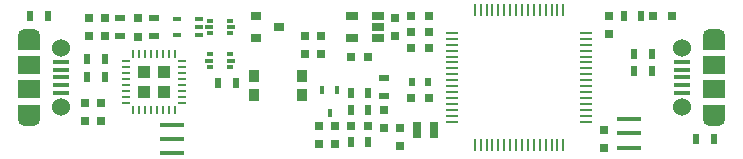
<source format=gtp>
G04 #@! TF.GenerationSoftware,KiCad,Pcbnew,(5.1.5)-3*
G04 #@! TF.CreationDate,2020-05-12T20:49:58+02:00*
G04 #@! TF.ProjectId,TinyK22,54696e79-4b32-4322-9e6b-696361645f70,1.0*
G04 #@! TF.SameCoordinates,Original*
G04 #@! TF.FileFunction,Paste,Top*
G04 #@! TF.FilePolarity,Positive*
%FSLAX46Y46*%
G04 Gerber Fmt 4.6, Leading zero omitted, Abs format (unit mm)*
G04 Created by KiCad (PCBNEW (5.1.5)-3) date 2020-05-12 20:49:58*
%MOMM*%
%LPD*%
G04 APERTURE LIST*
%ADD10R,0.900000X1.000000*%
%ADD11R,0.800000X0.800000*%
%ADD12R,0.600000X0.700000*%
%ADD13R,0.500000X0.900000*%
%ADD14R,0.900000X0.800000*%
%ADD15R,0.500000X0.375000*%
%ADD16R,0.650000X0.300000*%
%ADD17R,0.650000X0.400000*%
%ADD18R,0.450000X0.700000*%
%ADD19R,0.800000X0.750000*%
%ADD20R,1.350000X0.400000*%
%ADD21R,1.900000X1.500000*%
%ADD22R,1.900000X1.200000*%
%ADD23C,1.524000*%
%ADD24O,1.900000X1.200000*%
%ADD25R,2.000000X0.400000*%
%ADD26R,1.060000X0.650000*%
%ADD27R,0.900000X0.500000*%
%ADD28R,0.750000X0.800000*%
%ADD29R,0.250000X1.000000*%
%ADD30R,1.000000X0.250000*%
%ADD31R,0.750000X1.400000*%
%ADD32R,1.035000X1.035000*%
%ADD33R,0.250000X0.700000*%
%ADD34R,0.700000X0.250000*%
G04 APERTURE END LIST*
D10*
X21050000Y-10150000D03*
X25150000Y-10150000D03*
X25150000Y-11750000D03*
X21050000Y-11750000D03*
D11*
X11195000Y-6800000D03*
X11195000Y-5200000D03*
X56450000Y-5100000D03*
X54850000Y-5100000D03*
D12*
X35800000Y-10650000D03*
X34400000Y-10650000D03*
D13*
X3600000Y-5100000D03*
X2100000Y-5100000D03*
X58500000Y-15450000D03*
X60000000Y-15450000D03*
X29250000Y-15750000D03*
X30750000Y-15750000D03*
X29250000Y-11550000D03*
X30750000Y-11550000D03*
D14*
X23200000Y-6000000D03*
X21200000Y-6950000D03*
X21200000Y-5050000D03*
D15*
X19000000Y-5462500D03*
X19000000Y-6537500D03*
D16*
X17225000Y-6000000D03*
X19075000Y-6000000D03*
D15*
X17300000Y-6537500D03*
X17300000Y-5462500D03*
D17*
X14500000Y-6650000D03*
X14500000Y-5350000D03*
X16400000Y-6000000D03*
X16400000Y-5350000D03*
X16400000Y-6650000D03*
D18*
X27450000Y-13300000D03*
X26800000Y-11300000D03*
X28100000Y-11300000D03*
D19*
X34350000Y-5100000D03*
X35850000Y-5100000D03*
D20*
X4700000Y-8950000D03*
D21*
X2000000Y-11250000D03*
X2000000Y-9250000D03*
D22*
X2000000Y-13150000D03*
X2000000Y-7350000D03*
D20*
X4700000Y-9600000D03*
X4700000Y-10250000D03*
X4700000Y-10900000D03*
X4700000Y-11550000D03*
D23*
X4700000Y-7750000D03*
X4700000Y-12750000D03*
D24*
X2000000Y-6750000D03*
X2000000Y-13750000D03*
D20*
X57300000Y-11550000D03*
D21*
X60000000Y-9250000D03*
X60000000Y-11250000D03*
D22*
X60000000Y-7350000D03*
X60000000Y-13150000D03*
D20*
X57300000Y-10900000D03*
X57300000Y-10250000D03*
X57300000Y-9600000D03*
X57300000Y-8950000D03*
D23*
X57300000Y-12750000D03*
X57300000Y-7750000D03*
D24*
X60000000Y-13750000D03*
X60000000Y-6750000D03*
D25*
X52800000Y-13800000D03*
X52800000Y-15000000D03*
X52800000Y-16200000D03*
X14100000Y-16650000D03*
X14100000Y-15450000D03*
X14100000Y-14250000D03*
D26*
X29350000Y-6950000D03*
X29350000Y-5050000D03*
X31550000Y-5050000D03*
X31550000Y-6000000D03*
X31550000Y-6950000D03*
D13*
X53850000Y-5100000D03*
X52350000Y-5100000D03*
X54750000Y-9750000D03*
X53250000Y-9750000D03*
X53250000Y-8250000D03*
X54750000Y-8250000D03*
D27*
X32100000Y-11850000D03*
X32100000Y-10350000D03*
D13*
X30750000Y-13050000D03*
X29250000Y-13050000D03*
X19500000Y-10740000D03*
X18000000Y-10740000D03*
D27*
X9750000Y-5250000D03*
X9750000Y-6750000D03*
X12600000Y-5250000D03*
X12600000Y-6750000D03*
D13*
X6900000Y-8700000D03*
X8400000Y-8700000D03*
X8400000Y-10200000D03*
X6900000Y-10200000D03*
D28*
X33450000Y-14550000D03*
X33450000Y-16050000D03*
D19*
X34350000Y-7800000D03*
X35850000Y-7800000D03*
D28*
X51150000Y-6600000D03*
X51150000Y-5100000D03*
X32100000Y-14550000D03*
X32100000Y-13050000D03*
D19*
X35850000Y-12000000D03*
X34350000Y-12000000D03*
D28*
X50700000Y-16200000D03*
X50700000Y-14700000D03*
D19*
X34350000Y-6450000D03*
X35850000Y-6450000D03*
D28*
X33000000Y-5250000D03*
X33000000Y-6750000D03*
D19*
X30750000Y-14400000D03*
X29250000Y-14400000D03*
D28*
X27900000Y-15900000D03*
X27900000Y-14400000D03*
X25350000Y-6750000D03*
X25350000Y-8250000D03*
D19*
X30750000Y-8550000D03*
X29250000Y-8550000D03*
D28*
X26700000Y-6750000D03*
X26700000Y-8250000D03*
X8400000Y-5250000D03*
X8400000Y-6750000D03*
X6750000Y-13950000D03*
X6750000Y-12450000D03*
X7050000Y-5250000D03*
X7050000Y-6750000D03*
X8100000Y-13950000D03*
X8100000Y-12450000D03*
X26550000Y-15900000D03*
X26550000Y-14400000D03*
D15*
X17300000Y-9387500D03*
X17300000Y-8312500D03*
D16*
X19075000Y-8850000D03*
X17225000Y-8850000D03*
D15*
X19000000Y-8312500D03*
X19000000Y-9387500D03*
D29*
X39750000Y-4550000D03*
X40250000Y-4550000D03*
X40750000Y-4550000D03*
X41250000Y-4550000D03*
X41750000Y-4550000D03*
X42250000Y-4550000D03*
X42750000Y-4550000D03*
X43250000Y-4550000D03*
X43750000Y-4550000D03*
X44250000Y-4550000D03*
X44750000Y-4550000D03*
X45250000Y-4550000D03*
X45750000Y-4550000D03*
X46250000Y-4550000D03*
X46750000Y-4550000D03*
X47250000Y-4550000D03*
D30*
X49200000Y-6500000D03*
X49200000Y-7000000D03*
X49200000Y-7500000D03*
X49200000Y-8000000D03*
X49200000Y-8500000D03*
X49200000Y-9000000D03*
X49200000Y-9500000D03*
X49200000Y-10000000D03*
X49200000Y-10500000D03*
X49200000Y-11000000D03*
X49200000Y-11500000D03*
X49200000Y-12000000D03*
X49200000Y-12500000D03*
X49200000Y-13000000D03*
X49200000Y-13500000D03*
X49200000Y-14000000D03*
D29*
X47250000Y-15950000D03*
X46750000Y-15950000D03*
X46250000Y-15950000D03*
X45750000Y-15950000D03*
X45250000Y-15950000D03*
X44750000Y-15950000D03*
X44250000Y-15950000D03*
X43750000Y-15950000D03*
X43250000Y-15950000D03*
X42750000Y-15950000D03*
X42250000Y-15950000D03*
X41750000Y-15950000D03*
X41250000Y-15950000D03*
X40750000Y-15950000D03*
X40250000Y-15950000D03*
X39750000Y-15950000D03*
D30*
X37800000Y-14000000D03*
X37800000Y-13500000D03*
X37800000Y-13000000D03*
X37800000Y-12500000D03*
X37800000Y-12000000D03*
X37800000Y-11500000D03*
X37800000Y-11000000D03*
X37800000Y-10500000D03*
X37800000Y-10000000D03*
X37800000Y-9500000D03*
X37800000Y-9000000D03*
X37800000Y-8500000D03*
X37800000Y-8000000D03*
X37800000Y-7500000D03*
X37800000Y-7000000D03*
X37800000Y-6500000D03*
D31*
X34825000Y-14700000D03*
X36275000Y-14700000D03*
D32*
X11737500Y-9787500D03*
X11737500Y-11512500D03*
X13462500Y-9787500D03*
X13462500Y-11512500D03*
D33*
X10850000Y-8250000D03*
X11350000Y-8250000D03*
X11850000Y-8250000D03*
X12350000Y-8250000D03*
X12850000Y-8250000D03*
X13350000Y-8250000D03*
X13850000Y-8250000D03*
X14350000Y-8250000D03*
D34*
X15000000Y-8900000D03*
X15000000Y-9400000D03*
X15000000Y-9900000D03*
X15000000Y-10400000D03*
X15000000Y-10900000D03*
X15000000Y-11400000D03*
X15000000Y-11900000D03*
X15000000Y-12400000D03*
D33*
X14350000Y-13050000D03*
X13850000Y-13050000D03*
X13350000Y-13050000D03*
X12850000Y-13050000D03*
X12350000Y-13050000D03*
X11850000Y-13050000D03*
X11350000Y-13050000D03*
X10850000Y-13050000D03*
D34*
X10200000Y-12400000D03*
X10200000Y-11900000D03*
X10200000Y-11400000D03*
X10200000Y-10900000D03*
X10200000Y-10400000D03*
X10200000Y-9900000D03*
X10200000Y-9400000D03*
X10200000Y-8900000D03*
M02*

</source>
